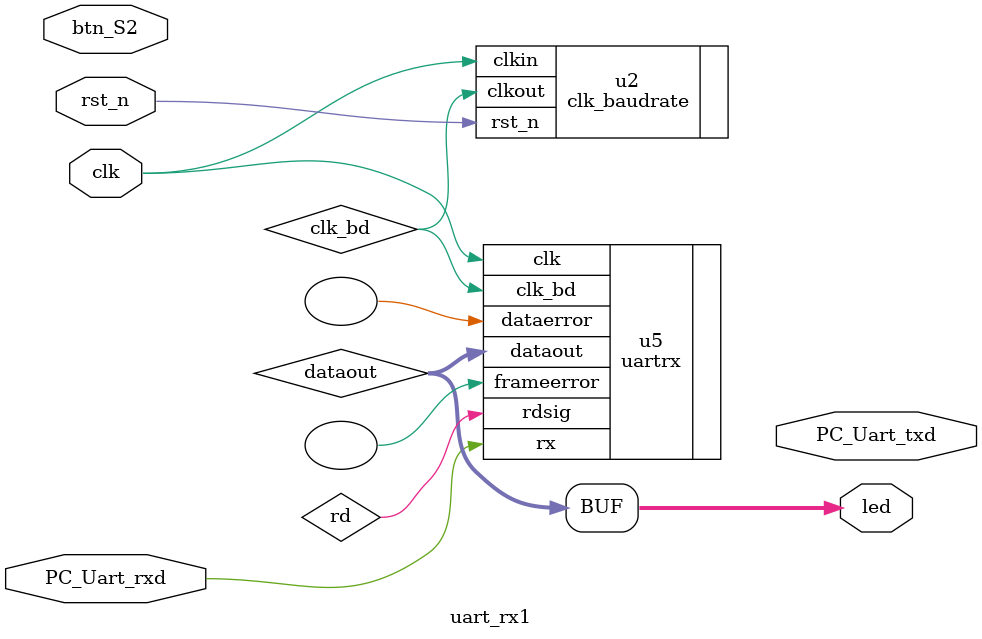
<source format=v>
`timescale 1ns / 1ps


module uart_rx1(
    input    clk,            // 100Mhz 
    input    rst_n,          //¸´Î»
    input    btn_S2,         //Ã»ÓÃµ½
    output   [7:0]led,       //ÏÔÊ¾Êý¾Ý
    input    PC_Uart_rxd,    // ´®¿Ú½ÓÊÕ 
    output   PC_Uart_txd);   // ´®¿Ú·¢ËÍ

wire  clk_bd;
clk_baudrate #(.clks(100000000),.baudrate(9600))
        u2( .clkin(clk),
            .rst_n(rst_n),
            .clkout(clk_bd));
        
wire [7:0]dataout;
wire rd;

uartrx  u5(
    .clk(clk),
	.clk_bd(clk_bd),
	.rx(PC_Uart_rxd),
	.dataout(dataout),
	.rdsig(rd),
	.dataerror(),
	.frameerror());

assign led = dataout;
endmodule


</source>
